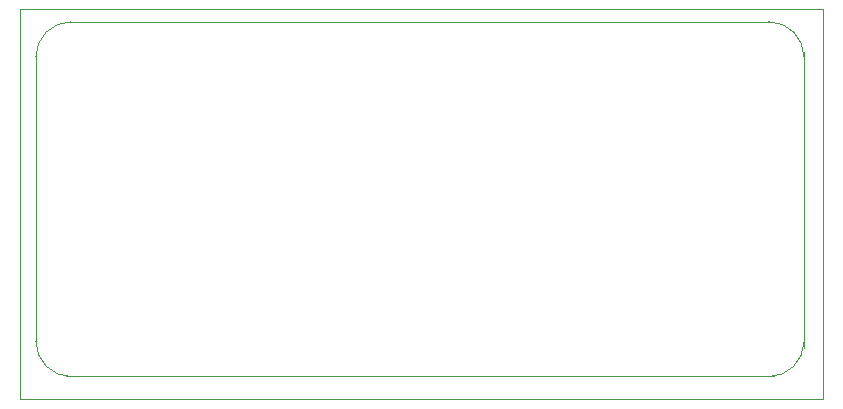
<source format=gbr>
%FSLAX34Y34*%
%MOMM*%
%LNOUTLINE*%
G71*
G01*
%ADD10C, 0.00*%
%ADD11C, 0.10*%
%LPD*%
G54D10*
X0Y1000000D02*
X680000Y1000000D01*
X680000Y670000D01*
X0Y670000D01*
X0Y1000000D01*
G54D11*
G75*
G01X13284Y719175D02*
G03X43284Y689175I30000J0D01*
G01*
G54D11*
G75*
G01X43259Y989644D02*
G03X13259Y959644I0J-30000D01*
G01*
G54D11*
G75*
G01X663809Y959644D02*
G03X633809Y989644I-30000J0D01*
G01*
G54D11*
G75*
G01X633775Y689116D02*
G03X663775Y719116I0J30000D01*
G01*
G54D11*
X13494Y964009D02*
X13494Y715566D01*
G54D11*
X39291Y689372D02*
X638175Y689372D01*
G54D11*
X663575Y713581D02*
X663575Y964406D01*
G54D11*
X638175Y989409D02*
X38894Y989409D01*
M02*

</source>
